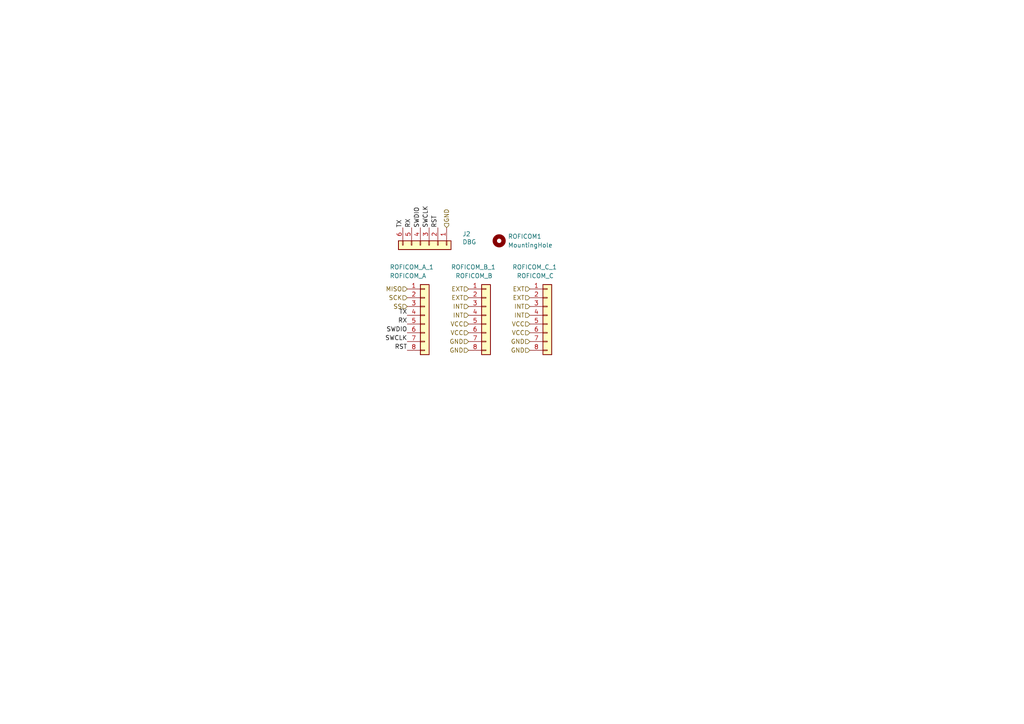
<source format=kicad_sch>
(kicad_sch (version 20211123) (generator eeschema)
  (paper "A4")
  (lib_symbols
    (symbol "Connector_Generic:Conn_01x06" (pin_names (offset 1.016) hide)
      (property "Reference" "J" (at 0 7.62 0))
      (property "Value" "Conn_01x06" (at 0 -10.16 0))
      (symbol "Conn_01x06_1_1"
        (rectangle (start -1.27 -7.493) (end 0 -7.747) (stroke (width 0.1524)))
        (rectangle (start -1.27 -4.953) (end 0 -5.207) (stroke (width 0.1524)))
        (rectangle (start -1.27 -2.413) (end 0 -2.667) (stroke (width 0.1524)))
        (rectangle (start -1.27 0.127) (end 0 -0.127) (stroke (width 0.1524)))
        (rectangle (start -1.27 2.667) (end 0 2.413) (stroke (width 0.1524)))
        (rectangle (start -1.27 5.207) (end 0 4.953) (stroke (width 0.1524)))
        (rectangle (start -1.27 6.35) (end 1.27 -8.89) (stroke (width 0.254)) (fill (type background)))
        (pin passive line (at -5.08 5.08 0) (length 3.81) (name "Pin_1") (number "1"))
        (pin passive line (at -5.08 2.54 0) (length 3.81) (name "Pin_2") (number "2"))
        (pin passive line (at -5.08 0 0) (length 3.81) (name "Pin_3") (number "3"))
        (pin passive line (at -5.08 -2.54 0) (length 3.81) (name "Pin_4") (number "4"))
        (pin passive line (at -5.08 -5.08 0) (length 3.81) (name "Pin_5") (number "5"))
        (pin passive line (at -5.08 -7.62 0) (length 3.81) (name "Pin_6") (number "6"))
      )
    )
    (symbol "Connector_Generic:Conn_01x08" (pin_names (offset 1.016) hide)
      (property "Reference" "J" (at 0 10.16 0))
      (property "Value" "Conn_01x08" (at 0 -12.7 0))
      (symbol "Conn_01x08_1_1"
        (rectangle (start -1.27 -10.033) (end 0 -10.287) (stroke (width 0.1524)))
        (rectangle (start -1.27 -7.493) (end 0 -7.747) (stroke (width 0.1524)))
        (rectangle (start -1.27 -4.953) (end 0 -5.207) (stroke (width 0.1524)))
        (rectangle (start -1.27 -2.413) (end 0 -2.667) (stroke (width 0.1524)))
        (rectangle (start -1.27 0.127) (end 0 -0.127) (stroke (width 0.1524)))
        (rectangle (start -1.27 2.667) (end 0 2.413) (stroke (width 0.1524)))
        (rectangle (start -1.27 5.207) (end 0 4.953) (stroke (width 0.1524)))
        (rectangle (start -1.27 7.747) (end 0 7.493) (stroke (width 0.1524)))
        (rectangle (start -1.27 8.89) (end 1.27 -11.43) (stroke (width 0.254)) (fill (type background)))
        (pin passive line (at -5.08 7.62 0) (length 3.81) (name "Pin_1") (number "1"))
        (pin passive line (at -5.08 5.08 0) (length 3.81) (name "Pin_2") (number "2"))
        (pin passive line (at -5.08 2.54 0) (length 3.81) (name "Pin_3") (number "3"))
        (pin passive line (at -5.08 0 0) (length 3.81) (name "Pin_4") (number "4"))
        (pin passive line (at -5.08 -2.54 0) (length 3.81) (name "Pin_5") (number "5"))
        (pin passive line (at -5.08 -5.08 0) (length 3.81) (name "Pin_6") (number "6"))
        (pin passive line (at -5.08 -7.62 0) (length 3.81) (name "Pin_7") (number "7"))
        (pin passive line (at -5.08 -10.16 0) (length 3.81) (name "Pin_8") (number "8"))
      )
    )
    (symbol "Mechanical:MountingHole" (pin_names (offset 1.016))
      (property "Reference" "H" (at 0 5.08 0))
      (property "Value" "MountingHole" (at 0 3.175 0))
      (symbol "MountingHole_0_1"
        (circle (center 0 0) (radius 1.27) (stroke (width 1.27)))
      )
    )
  )
  (label "RX" (at 118.11 93.98 180))
  (label "TX" (at 118.11 91.44 180))
  (label "SWDIO" (at 118.11 96.52 180))
  (label "RST" (at 118.11 101.6 180))
  (label "SWCLK" (at 124.46 66.04 90))
  (label "RST" (at 127 66.04 90))
  (label "RX" (at 119.38 66.04 90))
  (label "TX" (at 116.84 66.04 90))
  (label "SWDIO" (at 121.92 66.04 90))
  (label "SWCLK" (at 118.11 99.06 180))
  (hierarchical_label "VCC" (shape input) (at 153.67 96.52 180))
  (hierarchical_label "VCC" (shape input) (at 153.67 93.98 180))
  (hierarchical_label "VCC" (shape input) (at 135.89 96.52 180))
  (hierarchical_label "INT" (shape input) (at 153.67 91.44 180))
  (hierarchical_label "GND" (shape input) (at 129.54 66.04 90))
  (hierarchical_label "GND" (shape input) (at 135.89 101.6 180))
  (hierarchical_label "EXT" (shape input) (at 135.89 86.36 180))
  (hierarchical_label "EXT" (shape input) (at 135.89 83.82 180))
  (hierarchical_label "VCC" (shape input) (at 135.89 93.98 180))
  (hierarchical_label "EXT" (shape input) (at 153.67 86.36 180))
  (hierarchical_label "EXT" (shape input) (at 153.67 83.82 180))
  (hierarchical_label "INT" (shape input) (at 135.89 91.44 180))
  (hierarchical_label "GND" (shape input) (at 153.67 99.06 180))
  (hierarchical_label "INT" (shape input) (at 153.67 88.9 180))
  (hierarchical_label "SCK" (shape input) (at 118.11 86.36 180))
  (hierarchical_label "INT" (shape input) (at 135.89 88.9 180))
  (hierarchical_label "GND" (shape input) (at 153.67 101.6 180))
  (hierarchical_label "GND" (shape input) (at 135.89 99.06 180))
  (hierarchical_label "SS" (shape input) (at 118.11 88.9 180))
  (hierarchical_label "MISO" (shape input) (at 118.11 83.82 180))
  (symbol (lib_id "Connector_Generic:Conn_01x08") (at 123.19 91.44 0) (unit 1)
    (property "Reference" "ROFICOM_A_1" (at 113.03 77.47 0) (effects (justify left)))
    (property "Value" "ROFICOM_A" (at 113.03 80.01 0) (effects (justify left)))
    (property "Footprint" "rofi:SOLO-9258" (effects hide))
    (property "MFR" "009258008004064" (effects hide))
    (property "MFR_QTY" "6" (effects hide))
    (property "JLCPCB_IGNORE" "YES" (effects hide))
  )
  (symbol (lib_id "Connector_Generic:Conn_01x08") (at 158.75 91.44 0) (unit 1)
    (property "Reference" "ROFICOM_C_1" (at 148.59 77.47 0) (effects (justify left)))
    (property "Value" "ROFICOM_C" (at 149.86 80.01 0) (effects (justify left)))
    (property "Footprint" "rofi:SOLO-9258" (effects hide))
    (property "MFR" "009258008004064" (effects hide))
    (property "MFR_QTY" "6" (effects hide))
    (property "JLCPCB_IGNORE" "YES" (effects hide))
  )
  (symbol (lib_id "Connector_Generic:Conn_01x08") (at 140.97 91.44 0) (unit 1)
    (property "Reference" "ROFICOM_B_1" (at 130.81 77.47 0) (effects (justify left)))
    (property "Value" "ROFICOM_B" (at 132.08 80.01 0) (effects (justify left)))
    (property "Footprint" "rofi:SOLO-9258" (effects hide))
    (property "MFR" "009258008004064" (effects hide))
    (property "MFR_QTY" "6" (effects hide))
    (property "JLCPCB_IGNORE" "YES" (effects hide))
  )
  (symbol (lib_id "Connector_Generic:Conn_01x06") (at 124.46 71.12 270) (unit 1)
    (property "Reference" "J2" (at 134.112 67.8688 90) (effects (justify left)))
    (property "Value" "DBG" (at 134.112 70.1802 90) (effects (justify left)))
    (property "Footprint" "Connector_PinHeader_2.54mm:PinHeader_1x06_P2.54mm_Vertical" (effects hide))
    (property "JLCPCB_IGNORE" "YES" (effects hide))
  )
  (symbol (lib_id "Mechanical:MountingHole") (at 144.78 69.85 0) (unit 1)
    (property "Reference" "ROFICOM1" (at 147.32 68.5799 0) (effects (justify left)))
    (property "Value" "MountingHole" (at 147.32 71.1199 0) (effects (justify left)))
    (property "Footprint" "rofi:RoFiCoM" (effects hide))
  )
)
</source>
